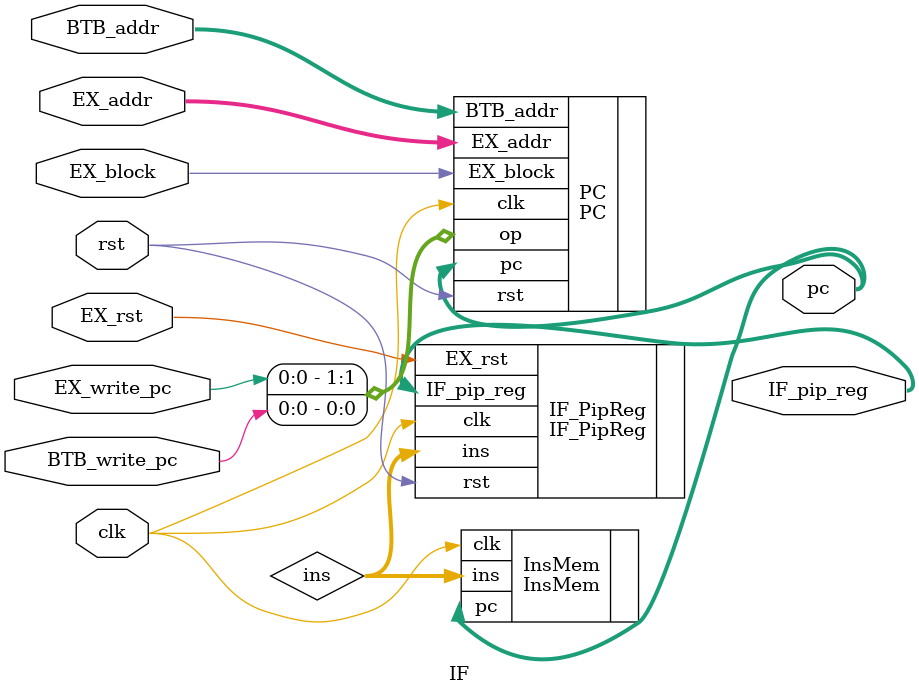
<source format=v>


module IF(
    input clk,
    input rst,
    input EX_block, //To stall pipeline
    input EX_rst, //To clean pipeline
    input EX_write_pc,  //If 1, means module EX need to Write PC 
    input [31:0]EX_addr,  //Specific PC Address that module EX claims
    input BTB_write_pc,  //If 1, means BTB need to write PC
    input [31:0]BTB_addr,  //Specific PC Address that module BTB claims
    output [31:0] pc,
    output [31:0] IF_pip_reg
    );

    //pc Module
    PC PC
    (
        .clk(clk),
        .rst(rst),
        .EX_block(EX_block),
        .op({EX_write_pc,BTB_write_pc}),
        .EX_addr(EX_addr),
        .BTB_addr(BTB_addr),
        .pc(pc)
    );
    
    //Ins_mem Module
    wire [31:0]ins;  //Output instruction to IF pipeline register
    InsMem InsMem
    (
        .clk(clk),
        .pc(pc),
        .ins(ins)
    );
    
    //IF Pipeline Register
    IF_PipReg IF_PipReg
    (
        .clk(clk),
        .rst(rst),
        .EX_rst(EX_rst),
        .ins(ins),
        .IF_pip_reg(IF_pip_reg)
    );
    
    
endmodule

</source>
